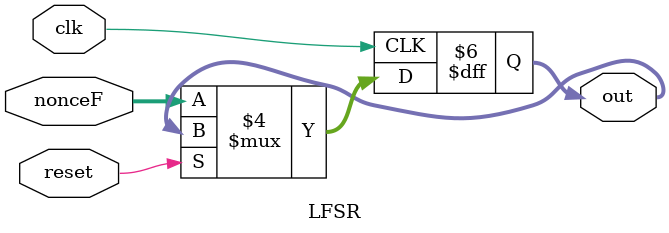
<source format=v>
module RS(
input 					clk,
input 					reset,
input			[15:0]	nonce,
input 		[15:0]	digit,
output reg	[15:0]	out);

always @(negedge clk)
	if(~reset)
		out = nonce;
	else
		out = digit;

endmodule

module LFSR(
input 					clk,
input 					reset,
input			[15:0]	nonceF,
output reg	[15:0]	out);

always @(negedge clk)
	if(~reset)
		out = nonceF;

endmodule

</source>
